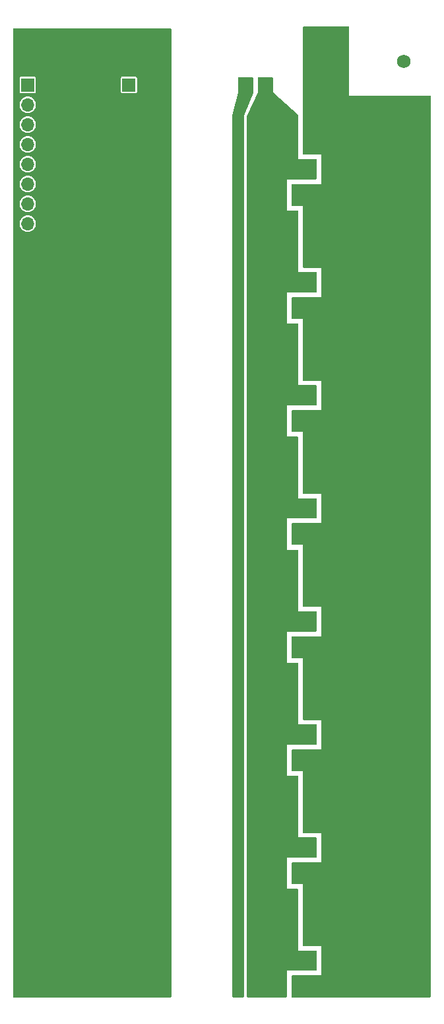
<source format=gbr>
%TF.GenerationSoftware,KiCad,Pcbnew,8.0.5*%
%TF.CreationDate,2024-10-04T12:38:31-05:00*%
%TF.ProjectId,bidirectional_load_switch,62696469-7265-4637-9469-6f6e616c5f6c,rev?*%
%TF.SameCoordinates,Original*%
%TF.FileFunction,Copper,L2,Bot*%
%TF.FilePolarity,Positive*%
%FSLAX46Y46*%
G04 Gerber Fmt 4.6, Leading zero omitted, Abs format (unit mm)*
G04 Created by KiCad (PCBNEW 8.0.5) date 2024-10-04 12:38:31*
%MOMM*%
%LPD*%
G01*
G04 APERTURE LIST*
%TA.AperFunction,ComponentPad*%
%ADD10C,1.727200*%
%TD*%
%TA.AperFunction,ComponentPad*%
%ADD11R,1.700000X1.700000*%
%TD*%
%TA.AperFunction,ComponentPad*%
%ADD12O,1.700000X1.700000*%
%TD*%
%TA.AperFunction,ViaPad*%
%ADD13C,0.600000*%
%TD*%
G04 APERTURE END LIST*
D10*
%TO.P,J101,1,1*%
%TO.N,/AC_in*%
X168550000Y-38150000D03*
%TO.P,J101,2,2*%
%TO.N,Earth*%
X158550000Y-38150000D03*
%TD*%
D11*
%TO.P,J102,1,Pin_1*%
%TO.N,15V_isolated*%
X148275000Y-41150000D03*
D12*
%TO.P,J102,2,Pin_2*%
%TO.N,GNDPWR*%
X150815000Y-41150000D03*
%TD*%
D11*
%TO.P,J104,1,Pin_1*%
%TO.N,5V*%
X133275000Y-41150000D03*
D12*
%TO.P,J104,2,Pin_2*%
%TO.N,GND*%
X135815000Y-41150000D03*
%TD*%
D11*
%TO.P,J103,1,Pin_1*%
%TO.N,/PWM1*%
X120300000Y-41150000D03*
D12*
%TO.P,J103,2,Pin_2*%
%TO.N,/PWM2*%
X120300000Y-43690000D03*
%TO.P,J103,3,Pin_3*%
%TO.N,/PWM3*%
X120300000Y-46230000D03*
%TO.P,J103,4,Pin_4*%
%TO.N,/PWM4*%
X120300000Y-48770000D03*
%TO.P,J103,5,Pin_5*%
%TO.N,/PWM5*%
X120300000Y-51310000D03*
%TO.P,J103,6,Pin_6*%
%TO.N,/PWM6*%
X120300000Y-53850000D03*
%TO.P,J103,7,Pin_7*%
%TO.N,/PWM7*%
X120300000Y-56390000D03*
%TO.P,J103,8,Pin_8*%
%TO.N,/PWM8*%
X120300000Y-58930000D03*
%TO.P,J103,9,Pin_9*%
%TO.N,GND*%
X120300000Y-61470000D03*
%TD*%
D13*
%TO.N,GND*%
X132200000Y-53400000D03*
X126350000Y-155000000D03*
X127300000Y-82500000D03*
X127300000Y-139850000D03*
X126350000Y-96350000D03*
X126350000Y-68000000D03*
X126350000Y-81850000D03*
X132900000Y-53400000D03*
X127300000Y-155000000D03*
X131500000Y-125900000D03*
X126350000Y-82500000D03*
X127300000Y-53500000D03*
X126350000Y-125350000D03*
X126350000Y-67350000D03*
X131500000Y-111400000D03*
X132900000Y-82400000D03*
X127300000Y-68000000D03*
X126350000Y-97000000D03*
X127300000Y-97000000D03*
X132900000Y-154900000D03*
X128200000Y-139850000D03*
X132200000Y-111400000D03*
X130000000Y-43100000D03*
X126350000Y-53500000D03*
X132900000Y-67900000D03*
X131500000Y-154900000D03*
X130000000Y-43750000D03*
X132900000Y-125900000D03*
X132900000Y-111400000D03*
X126350000Y-52850000D03*
X127300000Y-125350000D03*
X128200000Y-68000000D03*
X127300000Y-111500000D03*
X128600000Y-43750000D03*
X132200000Y-125900000D03*
X128200000Y-52850000D03*
X132200000Y-67900000D03*
X127300000Y-81850000D03*
X131500000Y-96900000D03*
X131500000Y-67900000D03*
X128200000Y-140500000D03*
X127300000Y-154350000D03*
X126350000Y-139850000D03*
X127300000Y-96350000D03*
X131500000Y-53400000D03*
X126350000Y-110850000D03*
X128200000Y-96350000D03*
X126350000Y-140500000D03*
X126350000Y-154350000D03*
X126350000Y-126000000D03*
X128600000Y-43100000D03*
X128200000Y-53500000D03*
X128200000Y-67350000D03*
X126350000Y-111500000D03*
X129300000Y-43750000D03*
X132200000Y-82400000D03*
X127300000Y-110850000D03*
X128200000Y-155000000D03*
X131500000Y-82400000D03*
X128200000Y-97000000D03*
X128200000Y-126000000D03*
X128200000Y-111500000D03*
X128200000Y-82500000D03*
X132200000Y-140400000D03*
X127300000Y-140500000D03*
X132200000Y-154900000D03*
X129300000Y-43100000D03*
X132900000Y-96900000D03*
X127300000Y-126000000D03*
X132900000Y-140400000D03*
X127300000Y-52850000D03*
X127300000Y-67350000D03*
X132200000Y-96900000D03*
X131500000Y-140400000D03*
X128200000Y-110850000D03*
X128200000Y-154350000D03*
X128200000Y-125350000D03*
X128200000Y-81850000D03*
%TO.N,GNDPWR*%
X148900000Y-139850000D03*
X154950000Y-109700000D03*
X156300000Y-66500000D03*
X148900000Y-127300000D03*
X151700000Y-62750000D03*
X152400000Y-91100000D03*
X152400000Y-77250000D03*
X153100000Y-89800000D03*
X154950000Y-123550000D03*
X151700000Y-106250000D03*
X153800000Y-47600000D03*
X155600000Y-110000000D03*
X153100000Y-75950000D03*
X149600000Y-127300000D03*
X153100000Y-149100000D03*
X153800000Y-120100000D03*
X153800000Y-77250000D03*
X151700000Y-91750000D03*
X156300000Y-109350000D03*
X157000000Y-80350000D03*
X148900000Y-54800000D03*
X154250000Y-152550000D03*
X157000000Y-109350000D03*
X153100000Y-77250000D03*
X154950000Y-94550000D03*
X156300000Y-52000000D03*
X150300000Y-141800000D03*
X154250000Y-123550000D03*
X150300000Y-156300000D03*
X152400000Y-149100000D03*
X153100000Y-62100000D03*
X154250000Y-138050000D03*
X148900000Y-83150000D03*
X148900000Y-110850000D03*
X153800000Y-61450000D03*
X155600000Y-81000000D03*
X154250000Y-94550000D03*
X154950000Y-124200000D03*
X148900000Y-140500000D03*
X153800000Y-105600000D03*
X153100000Y-135250000D03*
X152400000Y-62100000D03*
X153100000Y-120100000D03*
X155600000Y-52000000D03*
X148900000Y-97650000D03*
X153800000Y-148450000D03*
X148900000Y-126000000D03*
X153800000Y-62100000D03*
X153100000Y-76600000D03*
X156300000Y-123850000D03*
X150300000Y-68650000D03*
X156300000Y-152850000D03*
X153100000Y-47600000D03*
X156300000Y-65850000D03*
X153100000Y-119450000D03*
X148900000Y-81850000D03*
X149600000Y-68650000D03*
X152400000Y-134600000D03*
X153100000Y-148450000D03*
X149600000Y-68000000D03*
X157000000Y-51350000D03*
X148900000Y-53500000D03*
X148900000Y-96350000D03*
X153800000Y-75950000D03*
X152400000Y-135250000D03*
X154950000Y-153200000D03*
X155600000Y-124500000D03*
X152400000Y-106250000D03*
X151700000Y-48250000D03*
X154950000Y-65550000D03*
X157000000Y-123850000D03*
X151700000Y-62100000D03*
X150300000Y-69300000D03*
X153100000Y-106250000D03*
X154250000Y-109050000D03*
X153100000Y-133300000D03*
X150300000Y-98300000D03*
X154950000Y-66200000D03*
X156300000Y-110000000D03*
X149600000Y-69300000D03*
X148900000Y-54150000D03*
X151700000Y-77250000D03*
X152400000Y-120750000D03*
X149600000Y-54800000D03*
X153800000Y-48250000D03*
X149600000Y-126000000D03*
X156300000Y-51350000D03*
X155600000Y-153500000D03*
X151700000Y-120750000D03*
X157000000Y-152850000D03*
X155600000Y-51350000D03*
X153800000Y-104950000D03*
X155600000Y-139000000D03*
X148900000Y-155000000D03*
X155600000Y-95500000D03*
X156300000Y-94850000D03*
X149600000Y-156300000D03*
X152400000Y-48250000D03*
X155600000Y-152850000D03*
X153100000Y-118800000D03*
X149600000Y-141150000D03*
X148900000Y-67350000D03*
X154250000Y-80050000D03*
X152400000Y-120100000D03*
X148900000Y-141800000D03*
X149600000Y-140500000D03*
X148900000Y-154350000D03*
X151700000Y-149750000D03*
X149600000Y-53500000D03*
X153100000Y-90450000D03*
X153100000Y-91750000D03*
X153100000Y-62750000D03*
X155600000Y-138350000D03*
X153800000Y-149100000D03*
X156300000Y-153500000D03*
X153100000Y-61450000D03*
X153100000Y-46950000D03*
X148900000Y-112800000D03*
X152400000Y-105600000D03*
X155600000Y-109350000D03*
X157000000Y-138350000D03*
X154250000Y-65550000D03*
X156300000Y-80350000D03*
X153800000Y-91750000D03*
X150300000Y-54800000D03*
X154950000Y-152550000D03*
X153100000Y-104300000D03*
X154950000Y-95200000D03*
X153100000Y-48250000D03*
X153100000Y-60800000D03*
X153100000Y-105600000D03*
X150300000Y-155650000D03*
X148900000Y-111500000D03*
X150300000Y-127300000D03*
X154950000Y-51700000D03*
X148900000Y-156300000D03*
X157000000Y-94850000D03*
X156300000Y-138350000D03*
X153100000Y-120750000D03*
X156300000Y-81000000D03*
X152400000Y-91750000D03*
X149600000Y-112150000D03*
X155600000Y-123850000D03*
X148900000Y-97000000D03*
X156300000Y-124500000D03*
X151700000Y-134600000D03*
X154250000Y-51050000D03*
X154950000Y-80050000D03*
X149600000Y-126650000D03*
X153800000Y-46950000D03*
X150300000Y-54150000D03*
X151700000Y-105600000D03*
X148900000Y-141150000D03*
X149600000Y-98300000D03*
X155600000Y-66500000D03*
X151700000Y-120100000D03*
X148900000Y-126650000D03*
X149600000Y-97650000D03*
X148900000Y-112150000D03*
X149600000Y-155650000D03*
X149600000Y-54150000D03*
X148900000Y-68000000D03*
X150300000Y-126650000D03*
X151700000Y-149100000D03*
X153100000Y-147800000D03*
X157000000Y-65850000D03*
X157000000Y-110000000D03*
X156300000Y-95500000D03*
X153800000Y-119450000D03*
X150300000Y-112800000D03*
X153800000Y-149750000D03*
X153800000Y-120750000D03*
X153800000Y-90450000D03*
X151700000Y-47600000D03*
X157000000Y-139000000D03*
X157000000Y-95500000D03*
X154950000Y-138700000D03*
X157000000Y-52000000D03*
X153800000Y-62750000D03*
X152400000Y-76600000D03*
X153100000Y-149750000D03*
X155600000Y-80350000D03*
X148900000Y-155650000D03*
X150300000Y-83800000D03*
X153800000Y-106250000D03*
X149600000Y-112800000D03*
X153100000Y-134600000D03*
X148900000Y-69300000D03*
X149600000Y-155000000D03*
X153100000Y-75300000D03*
X153100000Y-91100000D03*
X151700000Y-135250000D03*
X153800000Y-135250000D03*
X153800000Y-133950000D03*
X150300000Y-97650000D03*
X157000000Y-66500000D03*
X151700000Y-91100000D03*
X153100000Y-46300000D03*
X157000000Y-153500000D03*
X149600000Y-83150000D03*
X155600000Y-65850000D03*
X150300000Y-141150000D03*
X148900000Y-68650000D03*
X155600000Y-94850000D03*
X150300000Y-112150000D03*
X149600000Y-97000000D03*
X148900000Y-82500000D03*
X154950000Y-109050000D03*
X148900000Y-52850000D03*
X149600000Y-82500000D03*
X152400000Y-62750000D03*
X149600000Y-111500000D03*
X157000000Y-81000000D03*
X153100000Y-104950000D03*
X148900000Y-98300000D03*
X152400000Y-47600000D03*
X153800000Y-134600000D03*
X157000000Y-124500000D03*
X153800000Y-76600000D03*
X154950000Y-80700000D03*
X148900000Y-83800000D03*
X153800000Y-91100000D03*
X148900000Y-125350000D03*
X151700000Y-76600000D03*
X149600000Y-141800000D03*
X149600000Y-83800000D03*
X150300000Y-83150000D03*
X156300000Y-139000000D03*
X153100000Y-133950000D03*
X154950000Y-138050000D03*
X154950000Y-51050000D03*
X152400000Y-149750000D03*
%TO.N,15V_isolated*%
X147100000Y-121200000D03*
X147800000Y-92200000D03*
X147100000Y-133100000D03*
X147100000Y-132450000D03*
X147100000Y-47400000D03*
X147100000Y-90900000D03*
X147800000Y-135700000D03*
X147100000Y-76400000D03*
X147100000Y-60600000D03*
X147100000Y-74450000D03*
X147100000Y-77700000D03*
X147100000Y-91550000D03*
X147100000Y-106050000D03*
X147100000Y-119250000D03*
X147100000Y-61250000D03*
X147100000Y-120550000D03*
X147800000Y-149550000D03*
X147100000Y-48700000D03*
X147100000Y-135050000D03*
X147800000Y-77050000D03*
X147100000Y-146950000D03*
X147100000Y-48050000D03*
X147800000Y-106050000D03*
X147800000Y-120550000D03*
X147100000Y-45450000D03*
X147100000Y-118600000D03*
X147800000Y-48050000D03*
X147100000Y-75100000D03*
X147800000Y-91550000D03*
X147100000Y-104100000D03*
X147100000Y-62550000D03*
X147100000Y-104750000D03*
X147800000Y-121200000D03*
X147100000Y-119900000D03*
X147100000Y-150200000D03*
X147100000Y-149550000D03*
X147800000Y-63200000D03*
X147100000Y-88950000D03*
X147100000Y-63200000D03*
X147100000Y-75750000D03*
X147800000Y-150200000D03*
X147100000Y-133750000D03*
X147100000Y-92200000D03*
X147100000Y-117950000D03*
X147100000Y-46750000D03*
X147100000Y-103450000D03*
X147100000Y-46100000D03*
X147800000Y-62550000D03*
X147100000Y-59950000D03*
X147100000Y-61900000D03*
X147800000Y-77700000D03*
X147100000Y-135700000D03*
X147100000Y-90250000D03*
X147800000Y-106700000D03*
X147100000Y-105400000D03*
X147100000Y-134400000D03*
X147100000Y-89600000D03*
X147100000Y-147600000D03*
X147800000Y-135050000D03*
X147100000Y-148250000D03*
X147100000Y-77050000D03*
X147800000Y-48700000D03*
X147100000Y-148900000D03*
X147100000Y-106700000D03*
%TO.N,Earth*%
X159350000Y-98950000D03*
X158650000Y-83100000D03*
X158650000Y-53450000D03*
X159350000Y-70550000D03*
X159350000Y-155000000D03*
X159350000Y-69250000D03*
X160050000Y-81800000D03*
X159350000Y-69900000D03*
X160050000Y-69900000D03*
X158650000Y-126000000D03*
X160050000Y-113450000D03*
X160050000Y-54100000D03*
X159350000Y-141800000D03*
X158650000Y-156300000D03*
X158650000Y-110850000D03*
X158650000Y-141150000D03*
X158650000Y-69900000D03*
X158650000Y-98950000D03*
X160050000Y-139850000D03*
X158650000Y-155000000D03*
X159350000Y-139850000D03*
X158650000Y-114100000D03*
X160050000Y-68600000D03*
X159350000Y-52800000D03*
X160050000Y-154350000D03*
X160050000Y-127300000D03*
X158650000Y-154350000D03*
X158650000Y-99600000D03*
X158650000Y-156950000D03*
X160050000Y-112800000D03*
X158650000Y-112150000D03*
X158650000Y-56050000D03*
X160050000Y-67300000D03*
X159350000Y-56050000D03*
X160050000Y-111500000D03*
X159350000Y-81800000D03*
X158650000Y-67950000D03*
X158650000Y-111500000D03*
X160050000Y-55400000D03*
X159350000Y-55400000D03*
X160050000Y-125350000D03*
X160050000Y-83100000D03*
X160050000Y-54750000D03*
X159350000Y-84400000D03*
X158650000Y-67300000D03*
X159350000Y-127950000D03*
X160050000Y-156300000D03*
X159350000Y-53450000D03*
X159350000Y-127300000D03*
X160050000Y-98950000D03*
X159350000Y-140500000D03*
X160050000Y-82450000D03*
X159350000Y-111500000D03*
X159350000Y-85050000D03*
X158650000Y-97650000D03*
X160050000Y-85050000D03*
X160050000Y-56050000D03*
X160050000Y-97650000D03*
X158650000Y-81800000D03*
X159350000Y-125350000D03*
X160050000Y-140500000D03*
X159350000Y-99600000D03*
X158650000Y-54750000D03*
X159350000Y-154350000D03*
X158650000Y-68600000D03*
X158650000Y-126650000D03*
X159350000Y-83100000D03*
X160050000Y-96350000D03*
X158650000Y-84400000D03*
X158650000Y-113450000D03*
X158650000Y-55400000D03*
X158650000Y-157600000D03*
X159350000Y-156300000D03*
X158650000Y-85050000D03*
X160050000Y-114100000D03*
X158650000Y-97000000D03*
X158650000Y-82450000D03*
X160050000Y-83750000D03*
X160050000Y-110850000D03*
X160050000Y-112150000D03*
X159350000Y-113450000D03*
X160050000Y-52800000D03*
X158650000Y-125350000D03*
X160050000Y-127950000D03*
X158650000Y-83750000D03*
X159350000Y-97000000D03*
X160050000Y-53450000D03*
X158650000Y-98300000D03*
X158650000Y-69250000D03*
X158650000Y-155650000D03*
X160050000Y-143100000D03*
X160050000Y-156950000D03*
X159350000Y-126650000D03*
X159350000Y-126000000D03*
X160050000Y-67950000D03*
X158650000Y-139850000D03*
X159350000Y-110850000D03*
X159350000Y-67300000D03*
X159350000Y-156950000D03*
X160050000Y-155650000D03*
X160050000Y-99600000D03*
X159350000Y-155650000D03*
X159350000Y-142450000D03*
X159350000Y-128600000D03*
X158650000Y-96350000D03*
X160050000Y-155000000D03*
X159350000Y-98300000D03*
X160050000Y-126650000D03*
X158650000Y-52800000D03*
X159350000Y-54100000D03*
X160050000Y-128600000D03*
X158650000Y-70550000D03*
X159350000Y-112150000D03*
X159350000Y-68600000D03*
X159350000Y-97650000D03*
X158650000Y-140500000D03*
X159350000Y-114100000D03*
X158650000Y-112800000D03*
X159350000Y-54750000D03*
X160050000Y-97000000D03*
X158650000Y-143100000D03*
X158650000Y-127300000D03*
X158650000Y-141800000D03*
X160050000Y-141150000D03*
X160050000Y-69250000D03*
X160050000Y-157600000D03*
X160050000Y-70550000D03*
X159350000Y-157600000D03*
X160050000Y-98300000D03*
X160050000Y-142450000D03*
X158650000Y-128600000D03*
X159350000Y-67950000D03*
X158650000Y-127950000D03*
X160050000Y-141800000D03*
X160050000Y-84400000D03*
X159350000Y-96350000D03*
X158650000Y-54100000D03*
X159350000Y-143100000D03*
X159350000Y-83750000D03*
X160050000Y-126000000D03*
X159350000Y-82450000D03*
X158650000Y-142450000D03*
X159350000Y-112800000D03*
X159350000Y-141150000D03*
%TD*%
%TA.AperFunction,Conductor*%
%TO.N,GNDPWR*%
G36*
X155050000Y-137650000D02*
G01*
X157276000Y-137650000D01*
X157343039Y-137669685D01*
X157388794Y-137722489D01*
X157400000Y-137774000D01*
X157400000Y-140126000D01*
X157380315Y-140193039D01*
X157327511Y-140238794D01*
X157276000Y-140250000D01*
X153550000Y-140250000D01*
X153550000Y-143650000D01*
X148450000Y-143650000D01*
X148450000Y-136750000D01*
X148450000Y-136300000D01*
X148450000Y-132050000D01*
X155050000Y-132050000D01*
X155050000Y-137650000D01*
G37*
%TD.AperFunction*%
%TD*%
%TA.AperFunction,Conductor*%
%TO.N,Earth*%
G36*
X161493039Y-33670185D02*
G01*
X161538794Y-33722989D01*
X161550000Y-33774500D01*
X161550000Y-42550000D01*
X155600000Y-42550000D01*
X155600000Y-33774500D01*
X155619685Y-33707461D01*
X155672489Y-33661706D01*
X155724000Y-33650500D01*
X161426000Y-33650500D01*
X161493039Y-33670185D01*
G37*
%TD.AperFunction*%
%TD*%
%TA.AperFunction,Conductor*%
%TO.N,GND*%
G36*
X138693039Y-33919685D02*
G01*
X138738794Y-33972489D01*
X138750000Y-34024000D01*
X138750000Y-158025500D01*
X138730315Y-158092539D01*
X138677511Y-158138294D01*
X138626000Y-158149500D01*
X118524500Y-158149500D01*
X118457461Y-158129815D01*
X118411706Y-158077011D01*
X118400500Y-158025500D01*
X118400500Y-58930000D01*
X119244417Y-58930000D01*
X119264699Y-59135932D01*
X119264700Y-59135934D01*
X119324768Y-59333954D01*
X119422315Y-59516450D01*
X119422317Y-59516452D01*
X119553589Y-59676410D01*
X119650209Y-59755702D01*
X119713550Y-59807685D01*
X119896046Y-59905232D01*
X120094066Y-59965300D01*
X120094065Y-59965300D01*
X120112529Y-59967118D01*
X120300000Y-59985583D01*
X120505934Y-59965300D01*
X120703954Y-59905232D01*
X120886450Y-59807685D01*
X121046410Y-59676410D01*
X121177685Y-59516450D01*
X121275232Y-59333954D01*
X121335300Y-59135934D01*
X121355583Y-58930000D01*
X121335300Y-58724066D01*
X121275232Y-58526046D01*
X121177685Y-58343550D01*
X121125702Y-58280209D01*
X121046410Y-58183589D01*
X120886452Y-58052317D01*
X120886453Y-58052317D01*
X120886450Y-58052315D01*
X120703954Y-57954768D01*
X120505934Y-57894700D01*
X120505932Y-57894699D01*
X120505934Y-57894699D01*
X120300000Y-57874417D01*
X120094067Y-57894699D01*
X119896043Y-57954769D01*
X119785898Y-58013643D01*
X119713550Y-58052315D01*
X119713548Y-58052316D01*
X119713547Y-58052317D01*
X119553589Y-58183589D01*
X119422317Y-58343547D01*
X119324769Y-58526043D01*
X119264699Y-58724067D01*
X119244417Y-58930000D01*
X118400500Y-58930000D01*
X118400500Y-56390000D01*
X119244417Y-56390000D01*
X119264699Y-56595932D01*
X119264700Y-56595934D01*
X119324768Y-56793954D01*
X119422315Y-56976450D01*
X119422317Y-56976452D01*
X119553589Y-57136410D01*
X119650209Y-57215702D01*
X119713550Y-57267685D01*
X119896046Y-57365232D01*
X120094066Y-57425300D01*
X120094065Y-57425300D01*
X120112529Y-57427118D01*
X120300000Y-57445583D01*
X120505934Y-57425300D01*
X120703954Y-57365232D01*
X120886450Y-57267685D01*
X121046410Y-57136410D01*
X121177685Y-56976450D01*
X121275232Y-56793954D01*
X121335300Y-56595934D01*
X121355583Y-56390000D01*
X121335300Y-56184066D01*
X121275232Y-55986046D01*
X121177685Y-55803550D01*
X121125702Y-55740209D01*
X121046410Y-55643589D01*
X120886452Y-55512317D01*
X120886453Y-55512317D01*
X120886450Y-55512315D01*
X120703954Y-55414768D01*
X120505934Y-55354700D01*
X120505932Y-55354699D01*
X120505934Y-55354699D01*
X120300000Y-55334417D01*
X120094067Y-55354699D01*
X119896043Y-55414769D01*
X119785898Y-55473643D01*
X119713550Y-55512315D01*
X119713548Y-55512316D01*
X119713547Y-55512317D01*
X119553589Y-55643589D01*
X119422317Y-55803547D01*
X119324769Y-55986043D01*
X119264699Y-56184067D01*
X119244417Y-56390000D01*
X118400500Y-56390000D01*
X118400500Y-53850000D01*
X119244417Y-53850000D01*
X119264699Y-54055932D01*
X119264700Y-54055934D01*
X119324768Y-54253954D01*
X119422315Y-54436450D01*
X119422317Y-54436452D01*
X119553589Y-54596410D01*
X119650209Y-54675702D01*
X119713550Y-54727685D01*
X119896046Y-54825232D01*
X120094066Y-54885300D01*
X120094065Y-54885300D01*
X120112529Y-54887118D01*
X120300000Y-54905583D01*
X120505934Y-54885300D01*
X120703954Y-54825232D01*
X120886450Y-54727685D01*
X121046410Y-54596410D01*
X121177685Y-54436450D01*
X121275232Y-54253954D01*
X121335300Y-54055934D01*
X121355583Y-53850000D01*
X121335300Y-53644066D01*
X121275232Y-53446046D01*
X121177685Y-53263550D01*
X121125702Y-53200209D01*
X121046410Y-53103589D01*
X120886452Y-52972317D01*
X120886453Y-52972317D01*
X120886450Y-52972315D01*
X120703954Y-52874768D01*
X120505934Y-52814700D01*
X120505932Y-52814699D01*
X120505934Y-52814699D01*
X120300000Y-52794417D01*
X120094067Y-52814699D01*
X119896043Y-52874769D01*
X119785898Y-52933643D01*
X119713550Y-52972315D01*
X119713548Y-52972316D01*
X119713547Y-52972317D01*
X119553589Y-53103589D01*
X119422317Y-53263547D01*
X119324769Y-53446043D01*
X119264699Y-53644067D01*
X119244417Y-53850000D01*
X118400500Y-53850000D01*
X118400500Y-51310000D01*
X119244417Y-51310000D01*
X119264699Y-51515932D01*
X119264700Y-51515934D01*
X119324768Y-51713954D01*
X119422315Y-51896450D01*
X119422317Y-51896452D01*
X119553589Y-52056410D01*
X119650209Y-52135702D01*
X119713550Y-52187685D01*
X119896046Y-52285232D01*
X120094066Y-52345300D01*
X120094065Y-52345300D01*
X120112529Y-52347118D01*
X120300000Y-52365583D01*
X120505934Y-52345300D01*
X120703954Y-52285232D01*
X120886450Y-52187685D01*
X121046410Y-52056410D01*
X121177685Y-51896450D01*
X121275232Y-51713954D01*
X121335300Y-51515934D01*
X121355583Y-51310000D01*
X121335300Y-51104066D01*
X121275232Y-50906046D01*
X121177685Y-50723550D01*
X121125702Y-50660209D01*
X121046410Y-50563589D01*
X120886452Y-50432317D01*
X120886453Y-50432317D01*
X120886450Y-50432315D01*
X120703954Y-50334768D01*
X120505934Y-50274700D01*
X120505932Y-50274699D01*
X120505934Y-50274699D01*
X120300000Y-50254417D01*
X120094067Y-50274699D01*
X119896043Y-50334769D01*
X119785898Y-50393643D01*
X119713550Y-50432315D01*
X119713548Y-50432316D01*
X119713547Y-50432317D01*
X119553589Y-50563589D01*
X119422317Y-50723547D01*
X119324769Y-50906043D01*
X119264699Y-51104067D01*
X119244417Y-51310000D01*
X118400500Y-51310000D01*
X118400500Y-48770000D01*
X119244417Y-48770000D01*
X119264699Y-48975932D01*
X119264700Y-48975934D01*
X119324768Y-49173954D01*
X119422315Y-49356450D01*
X119422317Y-49356452D01*
X119553589Y-49516410D01*
X119650209Y-49595702D01*
X119713550Y-49647685D01*
X119896046Y-49745232D01*
X120094066Y-49805300D01*
X120094065Y-49805300D01*
X120112529Y-49807118D01*
X120300000Y-49825583D01*
X120505934Y-49805300D01*
X120703954Y-49745232D01*
X120886450Y-49647685D01*
X121046410Y-49516410D01*
X121177685Y-49356450D01*
X121275232Y-49173954D01*
X121335300Y-48975934D01*
X121355583Y-48770000D01*
X121335300Y-48564066D01*
X121275232Y-48366046D01*
X121177685Y-48183550D01*
X121125702Y-48120209D01*
X121046410Y-48023589D01*
X120886452Y-47892317D01*
X120886453Y-47892317D01*
X120886450Y-47892315D01*
X120703954Y-47794768D01*
X120505934Y-47734700D01*
X120505932Y-47734699D01*
X120505934Y-47734699D01*
X120300000Y-47714417D01*
X120094067Y-47734699D01*
X119896043Y-47794769D01*
X119785898Y-47853643D01*
X119713550Y-47892315D01*
X119713548Y-47892316D01*
X119713547Y-47892317D01*
X119553589Y-48023589D01*
X119422317Y-48183547D01*
X119324769Y-48366043D01*
X119264699Y-48564067D01*
X119244417Y-48770000D01*
X118400500Y-48770000D01*
X118400500Y-46230000D01*
X119244417Y-46230000D01*
X119264699Y-46435932D01*
X119264700Y-46435934D01*
X119324768Y-46633954D01*
X119422315Y-46816450D01*
X119422317Y-46816452D01*
X119553589Y-46976410D01*
X119650209Y-47055702D01*
X119713550Y-47107685D01*
X119896046Y-47205232D01*
X120094066Y-47265300D01*
X120094065Y-47265300D01*
X120112529Y-47267118D01*
X120300000Y-47285583D01*
X120505934Y-47265300D01*
X120703954Y-47205232D01*
X120886450Y-47107685D01*
X121046410Y-46976410D01*
X121177685Y-46816450D01*
X121275232Y-46633954D01*
X121335300Y-46435934D01*
X121355583Y-46230000D01*
X121335300Y-46024066D01*
X121275232Y-45826046D01*
X121177685Y-45643550D01*
X121125702Y-45580209D01*
X121046410Y-45483589D01*
X120886452Y-45352317D01*
X120886453Y-45352317D01*
X120886450Y-45352315D01*
X120703954Y-45254768D01*
X120505934Y-45194700D01*
X120505932Y-45194699D01*
X120505934Y-45194699D01*
X120300000Y-45174417D01*
X120094067Y-45194699D01*
X119896043Y-45254769D01*
X119785898Y-45313643D01*
X119713550Y-45352315D01*
X119713548Y-45352316D01*
X119713547Y-45352317D01*
X119553589Y-45483589D01*
X119422317Y-45643547D01*
X119324769Y-45826043D01*
X119264699Y-46024067D01*
X119244417Y-46230000D01*
X118400500Y-46230000D01*
X118400500Y-43690000D01*
X119244417Y-43690000D01*
X119264699Y-43895932D01*
X119264700Y-43895934D01*
X119324768Y-44093954D01*
X119422315Y-44276450D01*
X119422317Y-44276452D01*
X119553589Y-44436410D01*
X119650209Y-44515702D01*
X119713550Y-44567685D01*
X119896046Y-44665232D01*
X120094066Y-44725300D01*
X120094065Y-44725300D01*
X120112529Y-44727118D01*
X120300000Y-44745583D01*
X120505934Y-44725300D01*
X120703954Y-44665232D01*
X120886450Y-44567685D01*
X121046410Y-44436410D01*
X121177685Y-44276450D01*
X121275232Y-44093954D01*
X121335300Y-43895934D01*
X121355583Y-43690000D01*
X121335300Y-43484066D01*
X121275232Y-43286046D01*
X121177685Y-43103550D01*
X121125702Y-43040209D01*
X121046410Y-42943589D01*
X120886452Y-42812317D01*
X120886453Y-42812317D01*
X120886450Y-42812315D01*
X120703954Y-42714768D01*
X120505934Y-42654700D01*
X120505932Y-42654699D01*
X120505934Y-42654699D01*
X120300000Y-42634417D01*
X120094067Y-42654699D01*
X119896043Y-42714769D01*
X119785898Y-42773643D01*
X119713550Y-42812315D01*
X119713548Y-42812316D01*
X119713547Y-42812317D01*
X119553589Y-42943589D01*
X119422317Y-43103547D01*
X119324769Y-43286043D01*
X119264699Y-43484067D01*
X119244417Y-43690000D01*
X118400500Y-43690000D01*
X118400500Y-40280247D01*
X119249500Y-40280247D01*
X119249500Y-42019752D01*
X119261131Y-42078229D01*
X119261132Y-42078230D01*
X119305447Y-42144552D01*
X119371769Y-42188867D01*
X119371770Y-42188868D01*
X119430247Y-42200499D01*
X119430250Y-42200500D01*
X119430252Y-42200500D01*
X121169750Y-42200500D01*
X121169751Y-42200499D01*
X121184568Y-42197552D01*
X121228229Y-42188868D01*
X121228229Y-42188867D01*
X121228231Y-42188867D01*
X121294552Y-42144552D01*
X121338867Y-42078231D01*
X121338867Y-42078229D01*
X121338868Y-42078229D01*
X121350499Y-42019752D01*
X121350500Y-42019750D01*
X121350500Y-40280249D01*
X121350499Y-40280247D01*
X132224500Y-40280247D01*
X132224500Y-42019752D01*
X132236131Y-42078229D01*
X132236132Y-42078230D01*
X132280447Y-42144552D01*
X132346769Y-42188867D01*
X132346770Y-42188868D01*
X132405247Y-42200499D01*
X132405250Y-42200500D01*
X132405252Y-42200500D01*
X134144750Y-42200500D01*
X134144751Y-42200499D01*
X134159568Y-42197552D01*
X134203229Y-42188868D01*
X134203229Y-42188867D01*
X134203231Y-42188867D01*
X134269552Y-42144552D01*
X134313867Y-42078231D01*
X134313867Y-42078229D01*
X134313868Y-42078229D01*
X134325499Y-42019752D01*
X134325500Y-42019750D01*
X134325500Y-40280249D01*
X134325499Y-40280247D01*
X134313868Y-40221770D01*
X134313867Y-40221769D01*
X134269552Y-40155447D01*
X134203230Y-40111132D01*
X134203229Y-40111131D01*
X134144752Y-40099500D01*
X134144748Y-40099500D01*
X132405252Y-40099500D01*
X132405247Y-40099500D01*
X132346770Y-40111131D01*
X132346769Y-40111132D01*
X132280447Y-40155447D01*
X132236132Y-40221769D01*
X132236131Y-40221770D01*
X132224500Y-40280247D01*
X121350499Y-40280247D01*
X121338868Y-40221770D01*
X121338867Y-40221769D01*
X121294552Y-40155447D01*
X121228230Y-40111132D01*
X121228229Y-40111131D01*
X121169752Y-40099500D01*
X121169748Y-40099500D01*
X119430252Y-40099500D01*
X119430247Y-40099500D01*
X119371770Y-40111131D01*
X119371769Y-40111132D01*
X119305447Y-40155447D01*
X119261132Y-40221769D01*
X119261131Y-40221770D01*
X119249500Y-40280247D01*
X118400500Y-40280247D01*
X118400500Y-34024000D01*
X118420185Y-33956961D01*
X118472989Y-33911206D01*
X118524500Y-33900000D01*
X138626000Y-33900000D01*
X138693039Y-33919685D01*
G37*
%TD.AperFunction*%
%TD*%
%TA.AperFunction,Conductor*%
%TO.N,GNDPWR*%
G36*
X153550000Y-115250000D02*
G01*
X154926000Y-115250000D01*
X154993039Y-115269685D01*
X155038794Y-115322489D01*
X155050000Y-115374000D01*
X155050000Y-117550000D01*
X148450000Y-117550000D01*
X148450000Y-114650000D01*
X153550000Y-114650000D01*
X153550000Y-115250000D01*
G37*
%TD.AperFunction*%
%TD*%
%TA.AperFunction,Conductor*%
%TO.N,GNDPWR*%
G36*
X153550000Y-144250000D02*
G01*
X154926000Y-144250000D01*
X154993039Y-144269685D01*
X155038794Y-144322489D01*
X155050000Y-144374000D01*
X155050000Y-146550000D01*
X148450000Y-146550000D01*
X148450000Y-143650000D01*
X153550000Y-143650000D01*
X153550000Y-144250000D01*
G37*
%TD.AperFunction*%
%TD*%
%TA.AperFunction,Conductor*%
%TO.N,Earth*%
G36*
X172049500Y-158025500D02*
G01*
X172029815Y-158092539D01*
X171977011Y-158138294D01*
X171925500Y-158149500D01*
X154274000Y-158149500D01*
X154206961Y-158129815D01*
X154161206Y-158077011D01*
X154150000Y-158025500D01*
X154150000Y-155474000D01*
X154169685Y-155406961D01*
X154222489Y-155361206D01*
X154274000Y-155350000D01*
X157950000Y-155350000D01*
X157950000Y-151600000D01*
X155724000Y-151600000D01*
X155656961Y-151580315D01*
X155611206Y-151527511D01*
X155600000Y-151476000D01*
X155600000Y-143650000D01*
X155600000Y-143550000D01*
X172049500Y-143550000D01*
X172049500Y-158025500D01*
G37*
%TD.AperFunction*%
%TD*%
%TA.AperFunction,Conductor*%
%TO.N,GNDPWR*%
G36*
X155050000Y-79650000D02*
G01*
X157276000Y-79650000D01*
X157343039Y-79669685D01*
X157388794Y-79722489D01*
X157400000Y-79774000D01*
X157400000Y-82126000D01*
X157380315Y-82193039D01*
X157327511Y-82238794D01*
X157276000Y-82250000D01*
X153550000Y-82250000D01*
X153550000Y-85650000D01*
X148450000Y-85650000D01*
X148450000Y-78750000D01*
X148450000Y-78300000D01*
X148450000Y-74050000D01*
X155050000Y-74050000D01*
X155050000Y-79650000D01*
G37*
%TD.AperFunction*%
%TD*%
%TA.AperFunction,Conductor*%
%TO.N,15V_isolated*%
G36*
X148050000Y-63550000D02*
G01*
X148050000Y-64050000D01*
X148050000Y-74150000D01*
X146550000Y-74150000D01*
X146550000Y-59550000D01*
X148050000Y-59550000D01*
X148050000Y-63550000D01*
G37*
%TD.AperFunction*%
%TD*%
%TA.AperFunction,Conductor*%
%TO.N,GNDPWR*%
G36*
X155050000Y-152150000D02*
G01*
X157276000Y-152150000D01*
X157343039Y-152169685D01*
X157388794Y-152222489D01*
X157400000Y-152274000D01*
X157400000Y-154626000D01*
X157380315Y-154693039D01*
X157327511Y-154738794D01*
X157276000Y-154750000D01*
X153550000Y-154750000D01*
X153550000Y-158025500D01*
X153530315Y-158092539D01*
X153477511Y-158138294D01*
X153426000Y-158149500D01*
X148574000Y-158149500D01*
X148506961Y-158129815D01*
X148461206Y-158077011D01*
X148450000Y-158025500D01*
X148450000Y-146550000D01*
X155050000Y-146550000D01*
X155050000Y-152150000D01*
G37*
%TD.AperFunction*%
%TD*%
%TA.AperFunction,Conductor*%
%TO.N,Earth*%
G36*
X172049500Y-71150000D02*
G01*
X154274000Y-71150000D01*
X154206961Y-71130315D01*
X154161206Y-71077511D01*
X154150000Y-71026000D01*
X154150000Y-68474000D01*
X154169685Y-68406961D01*
X154222489Y-68361206D01*
X154274000Y-68350000D01*
X157950000Y-68350000D01*
X157950000Y-64600000D01*
X155724000Y-64600000D01*
X155656961Y-64580315D01*
X155611206Y-64527511D01*
X155600000Y-64476000D01*
X155600000Y-56650000D01*
X155600000Y-56550000D01*
X172049500Y-56550000D01*
X172049500Y-71150000D01*
G37*
%TD.AperFunction*%
%TD*%
%TA.AperFunction,Conductor*%
%TO.N,15V_isolated*%
G36*
X148050000Y-136050000D02*
G01*
X148050000Y-136550000D01*
X148050000Y-146650000D01*
X146550000Y-146650000D01*
X146550000Y-132050000D01*
X148050000Y-132050000D01*
X148050000Y-136050000D01*
G37*
%TD.AperFunction*%
%TD*%
%TA.AperFunction,Conductor*%
%TO.N,GNDPWR*%
G36*
X155050000Y-94150000D02*
G01*
X157276000Y-94150000D01*
X157343039Y-94169685D01*
X157388794Y-94222489D01*
X157400000Y-94274000D01*
X157400000Y-96626000D01*
X157380315Y-96693039D01*
X157327511Y-96738794D01*
X157276000Y-96750000D01*
X153550000Y-96750000D01*
X153550000Y-100150000D01*
X148450000Y-100150000D01*
X148450000Y-93250000D01*
X148450000Y-92800000D01*
X148450000Y-88550000D01*
X155050000Y-88550000D01*
X155050000Y-94150000D01*
G37*
%TD.AperFunction*%
%TD*%
%TA.AperFunction,Conductor*%
%TO.N,15V_isolated*%
G36*
X149193039Y-40169685D02*
G01*
X149238794Y-40222489D01*
X149250000Y-40274000D01*
X149250000Y-42125357D01*
X149240578Y-42172769D01*
X148050000Y-45050000D01*
X146552007Y-45050000D01*
X146553950Y-45034726D01*
X147300000Y-42150000D01*
X147300000Y-40274000D01*
X147319685Y-40206961D01*
X147372489Y-40161206D01*
X147424000Y-40150000D01*
X149126000Y-40150000D01*
X149193039Y-40169685D01*
G37*
%TD.AperFunction*%
%TD*%
%TA.AperFunction,Conductor*%
%TO.N,GNDPWR*%
G36*
X155050000Y-108650000D02*
G01*
X157276000Y-108650000D01*
X157343039Y-108669685D01*
X157388794Y-108722489D01*
X157400000Y-108774000D01*
X157400000Y-111126000D01*
X157380315Y-111193039D01*
X157327511Y-111238794D01*
X157276000Y-111250000D01*
X153550000Y-111250000D01*
X153550000Y-114650000D01*
X148450000Y-114650000D01*
X148450000Y-107750000D01*
X148450000Y-107300000D01*
X148450000Y-103050000D01*
X155050000Y-103050000D01*
X155050000Y-108650000D01*
G37*
%TD.AperFunction*%
%TD*%
%TA.AperFunction,Conductor*%
%TO.N,15V_isolated*%
G36*
X148050000Y-78050000D02*
G01*
X148050000Y-78550000D01*
X148050000Y-88650000D01*
X146550000Y-88650000D01*
X146550000Y-74050000D01*
X148050000Y-74050000D01*
X148050000Y-78050000D01*
G37*
%TD.AperFunction*%
%TD*%
%TA.AperFunction,Conductor*%
%TO.N,Earth*%
G36*
X172049500Y-143650000D02*
G01*
X154274000Y-143650000D01*
X154206961Y-143630315D01*
X154161206Y-143577511D01*
X154150000Y-143526000D01*
X154150000Y-140974000D01*
X154169685Y-140906961D01*
X154222489Y-140861206D01*
X154274000Y-140850000D01*
X157950000Y-140850000D01*
X157950000Y-137100000D01*
X155724000Y-137100000D01*
X155656961Y-137080315D01*
X155611206Y-137027511D01*
X155600000Y-136976000D01*
X155600000Y-129150000D01*
X155600000Y-129050000D01*
X172049500Y-129050000D01*
X172049500Y-143650000D01*
G37*
%TD.AperFunction*%
%TD*%
%TA.AperFunction,Conductor*%
%TO.N,Earth*%
G36*
X172049500Y-114650000D02*
G01*
X154274000Y-114650000D01*
X154206961Y-114630315D01*
X154161206Y-114577511D01*
X154150000Y-114526000D01*
X154150000Y-111974000D01*
X154169685Y-111906961D01*
X154222489Y-111861206D01*
X154274000Y-111850000D01*
X157950000Y-111850000D01*
X157950000Y-108100000D01*
X155724000Y-108100000D01*
X155656961Y-108080315D01*
X155611206Y-108027511D01*
X155600000Y-107976000D01*
X155600000Y-100150000D01*
X155600000Y-100050000D01*
X172049500Y-100050000D01*
X172049500Y-114650000D01*
G37*
%TD.AperFunction*%
%TD*%
%TA.AperFunction,Conductor*%
%TO.N,GNDPWR*%
G36*
X151743039Y-40169685D02*
G01*
X151788794Y-40222489D01*
X151800000Y-40274000D01*
X151800000Y-42149998D01*
X151800000Y-42150000D01*
X155008559Y-45013022D01*
X155031570Y-45050000D01*
X148456488Y-45050000D01*
X148462332Y-45024455D01*
X149850000Y-42150001D01*
X149850000Y-40274000D01*
X149869685Y-40206961D01*
X149922489Y-40161206D01*
X149974000Y-40150000D01*
X151676000Y-40150000D01*
X151743039Y-40169685D01*
G37*
%TD.AperFunction*%
%TD*%
%TA.AperFunction,Conductor*%
%TO.N,Earth*%
G36*
X171992539Y-42569685D02*
G01*
X172038294Y-42622489D01*
X172049500Y-42674000D01*
X172049500Y-56650000D01*
X154274000Y-56650000D01*
X154206961Y-56630315D01*
X154161206Y-56577511D01*
X154150000Y-56526000D01*
X154150000Y-53974000D01*
X154169685Y-53906961D01*
X154222489Y-53861206D01*
X154274000Y-53850000D01*
X157950000Y-53850000D01*
X157950000Y-50100000D01*
X155724000Y-50100000D01*
X155656961Y-50080315D01*
X155611206Y-50027511D01*
X155600000Y-49976000D01*
X155600000Y-42550000D01*
X161550000Y-42550000D01*
X171925500Y-42550000D01*
X171992539Y-42569685D01*
G37*
%TD.AperFunction*%
%TD*%
%TA.AperFunction,Conductor*%
%TO.N,GNDPWR*%
G36*
X155050000Y-65150000D02*
G01*
X157276000Y-65150000D01*
X157343039Y-65169685D01*
X157388794Y-65222489D01*
X157400000Y-65274000D01*
X157400000Y-67626000D01*
X157380315Y-67693039D01*
X157327511Y-67738794D01*
X157276000Y-67750000D01*
X153550000Y-67750000D01*
X153550000Y-71150000D01*
X148450000Y-71150000D01*
X148450000Y-64250000D01*
X148450000Y-63800000D01*
X148450000Y-59550000D01*
X155050000Y-59550000D01*
X155050000Y-65150000D01*
G37*
%TD.AperFunction*%
%TD*%
%TA.AperFunction,Conductor*%
%TO.N,15V_isolated*%
G36*
X148050000Y-107050000D02*
G01*
X148050000Y-107550000D01*
X148050000Y-117650000D01*
X146550000Y-117650000D01*
X146550000Y-103050000D01*
X148050000Y-103050000D01*
X148050000Y-107050000D01*
G37*
%TD.AperFunction*%
%TD*%
%TA.AperFunction,Conductor*%
%TO.N,GNDPWR*%
G36*
X153550000Y-86250000D02*
G01*
X154926000Y-86250000D01*
X154993039Y-86269685D01*
X155038794Y-86322489D01*
X155050000Y-86374000D01*
X155050000Y-88550000D01*
X148450000Y-88550000D01*
X148450000Y-85650000D01*
X153550000Y-85650000D01*
X153550000Y-86250000D01*
G37*
%TD.AperFunction*%
%TD*%
%TA.AperFunction,Conductor*%
%TO.N,GNDPWR*%
G36*
X153550000Y-100750000D02*
G01*
X154926000Y-100750000D01*
X154993039Y-100769685D01*
X155038794Y-100822489D01*
X155050000Y-100874000D01*
X155050000Y-103050000D01*
X148450000Y-103050000D01*
X148450000Y-100150000D01*
X153550000Y-100150000D01*
X153550000Y-100750000D01*
G37*
%TD.AperFunction*%
%TD*%
%TA.AperFunction,Conductor*%
%TO.N,GNDPWR*%
G36*
X155050000Y-123150000D02*
G01*
X157276000Y-123150000D01*
X157343039Y-123169685D01*
X157388794Y-123222489D01*
X157400000Y-123274000D01*
X157400000Y-125626000D01*
X157380315Y-125693039D01*
X157327511Y-125738794D01*
X157276000Y-125750000D01*
X153550000Y-125750000D01*
X153550000Y-129150000D01*
X148450000Y-129150000D01*
X148450000Y-122250000D01*
X148450000Y-121800000D01*
X148450000Y-117550000D01*
X155050000Y-117550000D01*
X155050000Y-123150000D01*
G37*
%TD.AperFunction*%
%TD*%
%TA.AperFunction,Conductor*%
%TO.N,Earth*%
G36*
X172049500Y-129150000D02*
G01*
X154274000Y-129150000D01*
X154206961Y-129130315D01*
X154161206Y-129077511D01*
X154150000Y-129026000D01*
X154150000Y-126474000D01*
X154169685Y-126406961D01*
X154222489Y-126361206D01*
X154274000Y-126350000D01*
X157950000Y-126350000D01*
X157950000Y-122600000D01*
X155724000Y-122600000D01*
X155656961Y-122580315D01*
X155611206Y-122527511D01*
X155600000Y-122476000D01*
X155600000Y-114650000D01*
X155600000Y-114550000D01*
X172049500Y-114550000D01*
X172049500Y-129150000D01*
G37*
%TD.AperFunction*%
%TD*%
%TA.AperFunction,Conductor*%
%TO.N,GNDPWR*%
G36*
X153550000Y-71750000D02*
G01*
X154926000Y-71750000D01*
X154993039Y-71769685D01*
X155038794Y-71822489D01*
X155050000Y-71874000D01*
X155050000Y-74050000D01*
X148450000Y-74050000D01*
X148450000Y-71150000D01*
X153550000Y-71150000D01*
X153550000Y-71750000D01*
G37*
%TD.AperFunction*%
%TD*%
%TA.AperFunction,Conductor*%
%TO.N,15V_isolated*%
G36*
X148050000Y-158025500D02*
G01*
X148030315Y-158092539D01*
X147977511Y-158138294D01*
X147926000Y-158149500D01*
X146674000Y-158149500D01*
X146606961Y-158129815D01*
X146561206Y-158077011D01*
X146550000Y-158025500D01*
X146550000Y-146550000D01*
X148050000Y-146550000D01*
X148050000Y-158025500D01*
G37*
%TD.AperFunction*%
%TD*%
%TA.AperFunction,Conductor*%
%TO.N,Earth*%
G36*
X172049500Y-85650000D02*
G01*
X154274000Y-85650000D01*
X154206961Y-85630315D01*
X154161206Y-85577511D01*
X154150000Y-85526000D01*
X154150000Y-82974000D01*
X154169685Y-82906961D01*
X154222489Y-82861206D01*
X154274000Y-82850000D01*
X157950000Y-82850000D01*
X157950000Y-79100000D01*
X155724000Y-79100000D01*
X155656961Y-79080315D01*
X155611206Y-79027511D01*
X155600000Y-78976000D01*
X155600000Y-71150000D01*
X155600000Y-71050000D01*
X172049500Y-71050000D01*
X172049500Y-85650000D01*
G37*
%TD.AperFunction*%
%TD*%
%TA.AperFunction,Conductor*%
%TO.N,15V_isolated*%
G36*
X148050000Y-49050000D02*
G01*
X148050000Y-49550000D01*
X148050000Y-59650000D01*
X146550000Y-59650000D01*
X146550000Y-45065773D01*
X146552007Y-45050000D01*
X148050000Y-45050000D01*
X148050000Y-49050000D01*
G37*
%TD.AperFunction*%
%TD*%
%TA.AperFunction,Conductor*%
%TO.N,GNDPWR*%
G36*
X153550000Y-129750000D02*
G01*
X154926000Y-129750000D01*
X154993039Y-129769685D01*
X155038794Y-129822489D01*
X155050000Y-129874000D01*
X155050000Y-132050000D01*
X148450000Y-132050000D01*
X148450000Y-129150000D01*
X153550000Y-129150000D01*
X153550000Y-129750000D01*
G37*
%TD.AperFunction*%
%TD*%
%TA.AperFunction,Conductor*%
%TO.N,Earth*%
G36*
X172049500Y-100150000D02*
G01*
X154274000Y-100150000D01*
X154206961Y-100130315D01*
X154161206Y-100077511D01*
X154150000Y-100026000D01*
X154150000Y-97474000D01*
X154169685Y-97406961D01*
X154222489Y-97361206D01*
X154274000Y-97350000D01*
X157950000Y-97350000D01*
X157950000Y-93600000D01*
X155724000Y-93600000D01*
X155656961Y-93580315D01*
X155611206Y-93527511D01*
X155600000Y-93476000D01*
X155600000Y-85650000D01*
X155600000Y-85550000D01*
X172049500Y-85550000D01*
X172049500Y-100150000D01*
G37*
%TD.AperFunction*%
%TD*%
%TA.AperFunction,Conductor*%
%TO.N,15V_isolated*%
G36*
X148050000Y-92550000D02*
G01*
X148050000Y-93050000D01*
X148050000Y-103150000D01*
X146550000Y-103150000D01*
X146550000Y-88550000D01*
X148050000Y-88550000D01*
X148050000Y-92550000D01*
G37*
%TD.AperFunction*%
%TD*%
%TA.AperFunction,Conductor*%
%TO.N,15V_isolated*%
G36*
X148050000Y-121550000D02*
G01*
X148050000Y-122050000D01*
X148050000Y-132150000D01*
X146550000Y-132150000D01*
X146550000Y-117550000D01*
X148050000Y-117550000D01*
X148050000Y-121550000D01*
G37*
%TD.AperFunction*%
%TD*%
%TA.AperFunction,Conductor*%
%TO.N,GNDPWR*%
G36*
X153550000Y-57250000D02*
G01*
X154926000Y-57250000D01*
X154993039Y-57269685D01*
X155038794Y-57322489D01*
X155050000Y-57374000D01*
X155050000Y-59550000D01*
X148450000Y-59550000D01*
X148450000Y-56650000D01*
X153550000Y-56650000D01*
X153550000Y-57250000D01*
G37*
%TD.AperFunction*%
%TD*%
%TA.AperFunction,Conductor*%
%TO.N,GNDPWR*%
G36*
X155045473Y-45072341D02*
G01*
X155050000Y-45105541D01*
X155050000Y-50650000D01*
X157276000Y-50650000D01*
X157343039Y-50669685D01*
X157388794Y-50722489D01*
X157400000Y-50774000D01*
X157400000Y-53126000D01*
X157380315Y-53193039D01*
X157327511Y-53238794D01*
X157276000Y-53250000D01*
X153550000Y-53250000D01*
X153550000Y-56650000D01*
X148450000Y-56650000D01*
X148450000Y-49750000D01*
X148450000Y-49300000D01*
X148450000Y-45078364D01*
X148456488Y-45050000D01*
X155031570Y-45050000D01*
X155045473Y-45072341D01*
G37*
%TD.AperFunction*%
%TD*%
M02*

</source>
